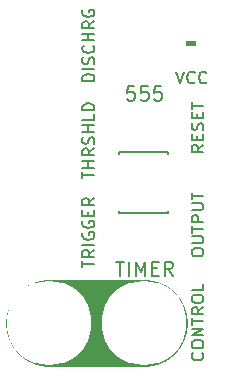
<source format=gto>
%TF.GenerationSoftware,KiCad,Pcbnew,4.0.5-e0-6337~49~ubuntu16.04.1*%
%TF.CreationDate,2017-05-28T07:13:41-07:00*%
%TF.ProjectId,3x4-555-Timer-8SOIC-Breakout,3378342D3535352D54696D65722D3853,v1.1*%
%TF.FileFunction,Legend,Top*%
%FSLAX46Y46*%
G04 Gerber Fmt 4.6, Leading zero omitted, Abs format (unit mm)*
G04 Created by KiCad (PCBNEW 4.0.5-e0-6337~49~ubuntu16.04.1) date Sun May 28 07:13:41 2017*
%MOMM*%
%LPD*%
G01*
G04 APERTURE LIST*
%ADD10C,0.350000*%
%ADD11C,0.406400*%
%ADD12C,0.150000*%
%ADD13C,7.400000*%
%ADD14C,0.200000*%
%ADD15C,1.000000*%
%ADD16C,7.152400*%
%ADD17R,1.902400X0.802400*%
G04 APERTURE END LIST*
D10*
D11*
X18531300Y-88709500D02*
X26781300Y-88709500D01*
D12*
X24431900Y-74196500D02*
X24431900Y-74341500D01*
X28581900Y-74196500D02*
X28581900Y-74341500D01*
X28581900Y-79346500D02*
X28581900Y-79201500D01*
X24431900Y-79346500D02*
X24431900Y-79201500D01*
X24431900Y-74196500D02*
X28581900Y-74196500D01*
X24431900Y-79346500D02*
X28581900Y-79346500D01*
D11*
X27586400Y-64985900D02*
X33618900Y-64985900D01*
D13*
X18531300Y-88709500D02*
X26531300Y-88709500D01*
D14*
X24202157Y-83480357D02*
X24887871Y-83480357D01*
X24545014Y-84680357D02*
X24545014Y-83480357D01*
X25287871Y-84680357D02*
X25287871Y-83480357D01*
X25859300Y-84680357D02*
X25859300Y-83480357D01*
X26259300Y-84337500D01*
X26659300Y-83480357D01*
X26659300Y-84680357D01*
X27230729Y-84051786D02*
X27630729Y-84051786D01*
X27802158Y-84680357D02*
X27230729Y-84680357D01*
X27230729Y-83480357D01*
X27802158Y-83480357D01*
X29002158Y-84680357D02*
X28602158Y-84108929D01*
X28316443Y-84680357D02*
X28316443Y-83480357D01*
X28773586Y-83480357D01*
X28887872Y-83537500D01*
X28945015Y-83594643D01*
X29002158Y-83708929D01*
X29002158Y-83880357D01*
X28945015Y-83994643D01*
X28887872Y-84051786D01*
X28773586Y-84108929D01*
X28316443Y-84108929D01*
X25738658Y-68646757D02*
X25167229Y-68646757D01*
X25110086Y-69218186D01*
X25167229Y-69161043D01*
X25281515Y-69103900D01*
X25567229Y-69103900D01*
X25681515Y-69161043D01*
X25738658Y-69218186D01*
X25795801Y-69332471D01*
X25795801Y-69618186D01*
X25738658Y-69732471D01*
X25681515Y-69789614D01*
X25567229Y-69846757D01*
X25281515Y-69846757D01*
X25167229Y-69789614D01*
X25110086Y-69732471D01*
X26881515Y-68646757D02*
X26310086Y-68646757D01*
X26252943Y-69218186D01*
X26310086Y-69161043D01*
X26424372Y-69103900D01*
X26710086Y-69103900D01*
X26824372Y-69161043D01*
X26881515Y-69218186D01*
X26938658Y-69332471D01*
X26938658Y-69618186D01*
X26881515Y-69732471D01*
X26824372Y-69789614D01*
X26710086Y-69846757D01*
X26424372Y-69846757D01*
X26310086Y-69789614D01*
X26252943Y-69732471D01*
X28024372Y-68646757D02*
X27452943Y-68646757D01*
X27395800Y-69218186D01*
X27452943Y-69161043D01*
X27567229Y-69103900D01*
X27852943Y-69103900D01*
X27967229Y-69161043D01*
X28024372Y-69218186D01*
X28081515Y-69332471D01*
X28081515Y-69618186D01*
X28024372Y-69732471D01*
X27967229Y-69789614D01*
X27852943Y-69846757D01*
X27567229Y-69846757D01*
X27452943Y-69789614D01*
X27395800Y-69732471D01*
D12*
X21782596Y-89682700D02*
X21687358Y-89635081D01*
X21544501Y-89635081D01*
X21401643Y-89682700D01*
X21306405Y-89777938D01*
X21258786Y-89873176D01*
X21211167Y-90063652D01*
X21211167Y-90206510D01*
X21258786Y-90396986D01*
X21306405Y-90492224D01*
X21401643Y-90587462D01*
X21544501Y-90635081D01*
X21639739Y-90635081D01*
X21782596Y-90587462D01*
X21830215Y-90539843D01*
X21830215Y-90206510D01*
X21639739Y-90206510D01*
X22258786Y-90635081D02*
X22258786Y-89635081D01*
X22830215Y-90635081D01*
X22830215Y-89635081D01*
X23306405Y-90635081D02*
X23306405Y-89635081D01*
X23544500Y-89635081D01*
X23687358Y-89682700D01*
X23782596Y-89777938D01*
X23830215Y-89873176D01*
X23877834Y-90063652D01*
X23877834Y-90206510D01*
X23830215Y-90396986D01*
X23782596Y-90492224D01*
X23687358Y-90587462D01*
X23544500Y-90635081D01*
X23306405Y-90635081D01*
X31582081Y-73601081D02*
X31105890Y-73934415D01*
X31582081Y-74172510D02*
X30582081Y-74172510D01*
X30582081Y-73791557D01*
X30629700Y-73696319D01*
X30677319Y-73648700D01*
X30772557Y-73601081D01*
X30915414Y-73601081D01*
X31010652Y-73648700D01*
X31058271Y-73696319D01*
X31105890Y-73791557D01*
X31105890Y-74172510D01*
X31058271Y-73172510D02*
X31058271Y-72839176D01*
X31582081Y-72696319D02*
X31582081Y-73172510D01*
X30582081Y-73172510D01*
X30582081Y-72696319D01*
X31534462Y-72315367D02*
X31582081Y-72172510D01*
X31582081Y-71934414D01*
X31534462Y-71839176D01*
X31486843Y-71791557D01*
X31391605Y-71743938D01*
X31296367Y-71743938D01*
X31201129Y-71791557D01*
X31153510Y-71839176D01*
X31105890Y-71934414D01*
X31058271Y-72124891D01*
X31010652Y-72220129D01*
X30963033Y-72267748D01*
X30867795Y-72315367D01*
X30772557Y-72315367D01*
X30677319Y-72267748D01*
X30629700Y-72220129D01*
X30582081Y-72124891D01*
X30582081Y-71886795D01*
X30629700Y-71743938D01*
X31058271Y-71315367D02*
X31058271Y-70982033D01*
X31582081Y-70839176D02*
X31582081Y-71315367D01*
X30582081Y-71315367D01*
X30582081Y-70839176D01*
X30582081Y-70553462D02*
X30582081Y-69982033D01*
X31582081Y-70267748D02*
X30582081Y-70267748D01*
X21336481Y-83964090D02*
X21336481Y-83392661D01*
X22336481Y-83678376D02*
X21336481Y-83678376D01*
X22336481Y-82487899D02*
X21860290Y-82821233D01*
X22336481Y-83059328D02*
X21336481Y-83059328D01*
X21336481Y-82678375D01*
X21384100Y-82583137D01*
X21431719Y-82535518D01*
X21526957Y-82487899D01*
X21669814Y-82487899D01*
X21765052Y-82535518D01*
X21812671Y-82583137D01*
X21860290Y-82678375D01*
X21860290Y-83059328D01*
X22336481Y-82059328D02*
X21336481Y-82059328D01*
X21384100Y-81059328D02*
X21336481Y-81154566D01*
X21336481Y-81297423D01*
X21384100Y-81440281D01*
X21479338Y-81535519D01*
X21574576Y-81583138D01*
X21765052Y-81630757D01*
X21907910Y-81630757D01*
X22098386Y-81583138D01*
X22193624Y-81535519D01*
X22288862Y-81440281D01*
X22336481Y-81297423D01*
X22336481Y-81202185D01*
X22288862Y-81059328D01*
X22241243Y-81011709D01*
X21907910Y-81011709D01*
X21907910Y-81202185D01*
X21384100Y-80059328D02*
X21336481Y-80154566D01*
X21336481Y-80297423D01*
X21384100Y-80440281D01*
X21479338Y-80535519D01*
X21574576Y-80583138D01*
X21765052Y-80630757D01*
X21907910Y-80630757D01*
X22098386Y-80583138D01*
X22193624Y-80535519D01*
X22288862Y-80440281D01*
X22336481Y-80297423D01*
X22336481Y-80202185D01*
X22288862Y-80059328D01*
X22241243Y-80011709D01*
X21907910Y-80011709D01*
X21907910Y-80202185D01*
X21812671Y-79583138D02*
X21812671Y-79249804D01*
X22336481Y-79106947D02*
X22336481Y-79583138D01*
X21336481Y-79583138D01*
X21336481Y-79106947D01*
X22336481Y-78106947D02*
X21860290Y-78440281D01*
X22336481Y-78678376D02*
X21336481Y-78678376D01*
X21336481Y-78297423D01*
X21384100Y-78202185D01*
X21431719Y-78154566D01*
X21526957Y-78106947D01*
X21669814Y-78106947D01*
X21765052Y-78154566D01*
X21812671Y-78202185D01*
X21860290Y-78297423D01*
X21860290Y-78678376D01*
X29262967Y-67397381D02*
X29596300Y-68397381D01*
X29929634Y-67397381D01*
X30834396Y-68302143D02*
X30786777Y-68349762D01*
X30643920Y-68397381D01*
X30548682Y-68397381D01*
X30405824Y-68349762D01*
X30310586Y-68254524D01*
X30262967Y-68159286D01*
X30215348Y-67968810D01*
X30215348Y-67825952D01*
X30262967Y-67635476D01*
X30310586Y-67540238D01*
X30405824Y-67445000D01*
X30548682Y-67397381D01*
X30643920Y-67397381D01*
X30786777Y-67445000D01*
X30834396Y-67492619D01*
X31834396Y-68302143D02*
X31786777Y-68349762D01*
X31643920Y-68397381D01*
X31548682Y-68397381D01*
X31405824Y-68349762D01*
X31310586Y-68254524D01*
X31262967Y-68159286D01*
X31215348Y-67968810D01*
X31215348Y-67825952D01*
X31262967Y-67635476D01*
X31310586Y-67540238D01*
X31405824Y-67445000D01*
X31548682Y-67397381D01*
X31643920Y-67397381D01*
X31786777Y-67445000D01*
X31834396Y-67492619D01*
X21336481Y-76429786D02*
X21336481Y-75858357D01*
X22336481Y-76144072D02*
X21336481Y-76144072D01*
X22336481Y-75525024D02*
X21336481Y-75525024D01*
X21812671Y-75525024D02*
X21812671Y-74953595D01*
X22336481Y-74953595D02*
X21336481Y-74953595D01*
X22336481Y-73905976D02*
X21860290Y-74239310D01*
X22336481Y-74477405D02*
X21336481Y-74477405D01*
X21336481Y-74096452D01*
X21384100Y-74001214D01*
X21431719Y-73953595D01*
X21526957Y-73905976D01*
X21669814Y-73905976D01*
X21765052Y-73953595D01*
X21812671Y-74001214D01*
X21860290Y-74096452D01*
X21860290Y-74477405D01*
X22288862Y-73525024D02*
X22336481Y-73382167D01*
X22336481Y-73144071D01*
X22288862Y-73048833D01*
X22241243Y-73001214D01*
X22146005Y-72953595D01*
X22050767Y-72953595D01*
X21955529Y-73001214D01*
X21907910Y-73048833D01*
X21860290Y-73144071D01*
X21812671Y-73334548D01*
X21765052Y-73429786D01*
X21717433Y-73477405D01*
X21622195Y-73525024D01*
X21526957Y-73525024D01*
X21431719Y-73477405D01*
X21384100Y-73429786D01*
X21336481Y-73334548D01*
X21336481Y-73096452D01*
X21384100Y-72953595D01*
X22336481Y-72525024D02*
X21336481Y-72525024D01*
X21812671Y-72525024D02*
X21812671Y-71953595D01*
X22336481Y-71953595D02*
X21336481Y-71953595D01*
X22336481Y-71001214D02*
X22336481Y-71477405D01*
X21336481Y-71477405D01*
X22336481Y-70667881D02*
X21336481Y-70667881D01*
X21336481Y-70429786D01*
X21384100Y-70286928D01*
X21479338Y-70191690D01*
X21574576Y-70144071D01*
X21765052Y-70096452D01*
X21907910Y-70096452D01*
X22098386Y-70144071D01*
X22193624Y-70191690D01*
X22288862Y-70286928D01*
X22336481Y-70429786D01*
X22336481Y-70667881D01*
X22336481Y-68189100D02*
X21336481Y-68189100D01*
X21336481Y-67951005D01*
X21384100Y-67808147D01*
X21479338Y-67712909D01*
X21574576Y-67665290D01*
X21765052Y-67617671D01*
X21907910Y-67617671D01*
X22098386Y-67665290D01*
X22193624Y-67712909D01*
X22288862Y-67808147D01*
X22336481Y-67951005D01*
X22336481Y-68189100D01*
X22336481Y-67189100D02*
X21336481Y-67189100D01*
X22288862Y-66760529D02*
X22336481Y-66617672D01*
X22336481Y-66379576D01*
X22288862Y-66284338D01*
X22241243Y-66236719D01*
X22146005Y-66189100D01*
X22050767Y-66189100D01*
X21955529Y-66236719D01*
X21907910Y-66284338D01*
X21860290Y-66379576D01*
X21812671Y-66570053D01*
X21765052Y-66665291D01*
X21717433Y-66712910D01*
X21622195Y-66760529D01*
X21526957Y-66760529D01*
X21431719Y-66712910D01*
X21384100Y-66665291D01*
X21336481Y-66570053D01*
X21336481Y-66331957D01*
X21384100Y-66189100D01*
X22241243Y-65189100D02*
X22288862Y-65236719D01*
X22336481Y-65379576D01*
X22336481Y-65474814D01*
X22288862Y-65617672D01*
X22193624Y-65712910D01*
X22098386Y-65760529D01*
X21907910Y-65808148D01*
X21765052Y-65808148D01*
X21574576Y-65760529D01*
X21479338Y-65712910D01*
X21384100Y-65617672D01*
X21336481Y-65474814D01*
X21336481Y-65379576D01*
X21384100Y-65236719D01*
X21431719Y-65189100D01*
X22336481Y-64760529D02*
X21336481Y-64760529D01*
X21812671Y-64760529D02*
X21812671Y-64189100D01*
X22336481Y-64189100D02*
X21336481Y-64189100D01*
X22336481Y-63141481D02*
X21860290Y-63474815D01*
X22336481Y-63712910D02*
X21336481Y-63712910D01*
X21336481Y-63331957D01*
X21384100Y-63236719D01*
X21431719Y-63189100D01*
X21526957Y-63141481D01*
X21669814Y-63141481D01*
X21765052Y-63189100D01*
X21812671Y-63236719D01*
X21860290Y-63331957D01*
X21860290Y-63712910D01*
X21384100Y-62189100D02*
X21336481Y-62284338D01*
X21336481Y-62427195D01*
X21384100Y-62570053D01*
X21479338Y-62665291D01*
X21574576Y-62712910D01*
X21765052Y-62760529D01*
X21907910Y-62760529D01*
X22098386Y-62712910D01*
X22193624Y-62665291D01*
X22288862Y-62570053D01*
X22336481Y-62427195D01*
X22336481Y-62331957D01*
X22288862Y-62189100D01*
X22241243Y-62141481D01*
X21907910Y-62141481D01*
X21907910Y-62331957D01*
X30582081Y-82783062D02*
X30582081Y-82592585D01*
X30629700Y-82497347D01*
X30724938Y-82402109D01*
X30915414Y-82354490D01*
X31248748Y-82354490D01*
X31439224Y-82402109D01*
X31534462Y-82497347D01*
X31582081Y-82592585D01*
X31582081Y-82783062D01*
X31534462Y-82878300D01*
X31439224Y-82973538D01*
X31248748Y-83021157D01*
X30915414Y-83021157D01*
X30724938Y-82973538D01*
X30629700Y-82878300D01*
X30582081Y-82783062D01*
X30582081Y-81925919D02*
X31391605Y-81925919D01*
X31486843Y-81878300D01*
X31534462Y-81830681D01*
X31582081Y-81735443D01*
X31582081Y-81544966D01*
X31534462Y-81449728D01*
X31486843Y-81402109D01*
X31391605Y-81354490D01*
X30582081Y-81354490D01*
X30582081Y-81021157D02*
X30582081Y-80449728D01*
X31582081Y-80735443D02*
X30582081Y-80735443D01*
X31582081Y-80116395D02*
X30582081Y-80116395D01*
X30582081Y-79735442D01*
X30629700Y-79640204D01*
X30677319Y-79592585D01*
X30772557Y-79544966D01*
X30915414Y-79544966D01*
X31010652Y-79592585D01*
X31058271Y-79640204D01*
X31105890Y-79735442D01*
X31105890Y-80116395D01*
X30582081Y-79116395D02*
X31391605Y-79116395D01*
X31486843Y-79068776D01*
X31534462Y-79021157D01*
X31582081Y-78925919D01*
X31582081Y-78735442D01*
X31534462Y-78640204D01*
X31486843Y-78592585D01*
X31391605Y-78544966D01*
X30582081Y-78544966D01*
X30582081Y-78211633D02*
X30582081Y-77640204D01*
X31582081Y-77925919D02*
X30582081Y-77925919D01*
X31486843Y-91206319D02*
X31534462Y-91253938D01*
X31582081Y-91396795D01*
X31582081Y-91492033D01*
X31534462Y-91634891D01*
X31439224Y-91730129D01*
X31343986Y-91777748D01*
X31153510Y-91825367D01*
X31010652Y-91825367D01*
X30820176Y-91777748D01*
X30724938Y-91730129D01*
X30629700Y-91634891D01*
X30582081Y-91492033D01*
X30582081Y-91396795D01*
X30629700Y-91253938D01*
X30677319Y-91206319D01*
X30582081Y-90587272D02*
X30582081Y-90396795D01*
X30629700Y-90301557D01*
X30724938Y-90206319D01*
X30915414Y-90158700D01*
X31248748Y-90158700D01*
X31439224Y-90206319D01*
X31534462Y-90301557D01*
X31582081Y-90396795D01*
X31582081Y-90587272D01*
X31534462Y-90682510D01*
X31439224Y-90777748D01*
X31248748Y-90825367D01*
X30915414Y-90825367D01*
X30724938Y-90777748D01*
X30629700Y-90682510D01*
X30582081Y-90587272D01*
X31582081Y-89730129D02*
X30582081Y-89730129D01*
X31582081Y-89158700D01*
X30582081Y-89158700D01*
X30582081Y-88825367D02*
X30582081Y-88253938D01*
X31582081Y-88539653D02*
X30582081Y-88539653D01*
X31582081Y-87349176D02*
X31105890Y-87682510D01*
X31582081Y-87920605D02*
X30582081Y-87920605D01*
X30582081Y-87539652D01*
X30629700Y-87444414D01*
X30677319Y-87396795D01*
X30772557Y-87349176D01*
X30915414Y-87349176D01*
X31010652Y-87396795D01*
X31058271Y-87444414D01*
X31105890Y-87539652D01*
X31105890Y-87920605D01*
X30582081Y-86730129D02*
X30582081Y-86539652D01*
X30629700Y-86444414D01*
X30724938Y-86349176D01*
X30915414Y-86301557D01*
X31248748Y-86301557D01*
X31439224Y-86349176D01*
X31534462Y-86444414D01*
X31582081Y-86539652D01*
X31582081Y-86730129D01*
X31534462Y-86825367D01*
X31439224Y-86920605D01*
X31248748Y-86968224D01*
X30915414Y-86968224D01*
X30724938Y-86920605D01*
X30629700Y-86825367D01*
X30582081Y-86730129D01*
X31582081Y-85396795D02*
X31582081Y-85872986D01*
X30582081Y-85872986D01*
%LPC*%
D15*
X34533300Y-75692675D02*
G75*
G03X34469800Y-69723000I0J2985175D01*
G01*
X18467800Y-61721325D02*
G75*
G03X18531300Y-67691000I0J-2985175D01*
G01*
X18531300Y-69722325D02*
G75*
G03X18594800Y-75692000I0J-2985175D01*
G01*
X18467800Y-77723325D02*
G75*
G03X18531300Y-83693000I0J-2985175D01*
G01*
X34596800Y-83757175D02*
G75*
G03X34533300Y-77787500I0J2985175D01*
G01*
X34533300Y-91694675D02*
G75*
G03X34469800Y-85725000I0J2985175D01*
G01*
D16*
X18531300Y-88709500D03*
X26531300Y-88709500D03*
X34531300Y-64709500D03*
X26531300Y-64709500D03*
D17*
X23706900Y-74866500D03*
X23706900Y-76136500D03*
X23706900Y-77406500D03*
X23706900Y-78676500D03*
X29306900Y-78676500D03*
X29306900Y-77406500D03*
X29306900Y-76136500D03*
X29306900Y-74866500D03*
M02*

</source>
